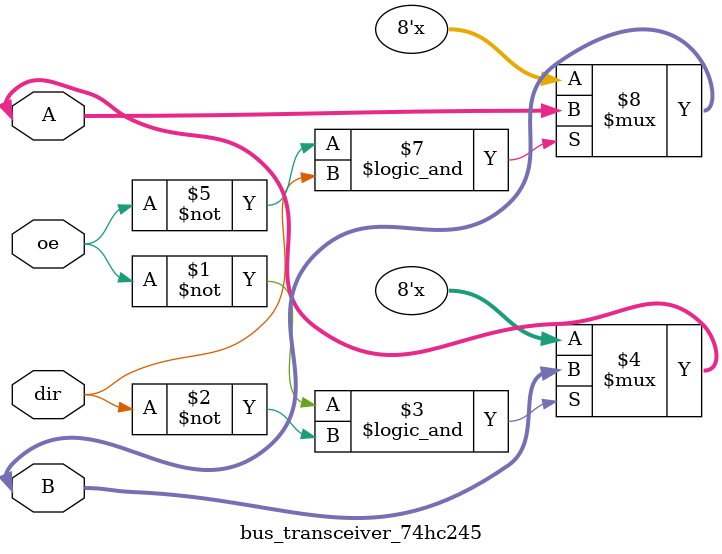
<source format=v>
`timescale 1ns / 1ps

module bus_transceiver_74hc245(
    inout [7:0] A,
    inout [7:0] B,
    input dir,
    input oe
    );
    
    assign A = (oe == 0 && dir == 0) ? B : 8'hzz;
    assign B = (oe == 0 && dir == 1) ? A : 8'hzz; 
    
//    always @ (*) begin
//        if (oe == 1) begin
//            A_out <= 8'hzz;
//            B_out <= 8'hzz;
//        end
//        else begin
//            case (dir)
//                0: A_out <= B_in;
//                1: B_out <= A_in;
//                default: B_out <= A_in;
//            endcase
//        end
//    end
    
endmodule

</source>
